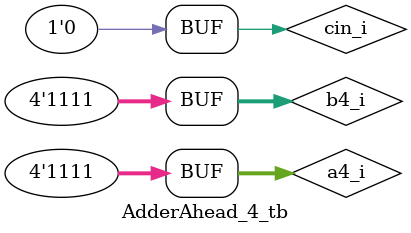
<source format=v>
module AdderAhead_4 (
    input [3:0] a4_i,
    input [3:0] b4_i,
    input cin_i,
    output [3:0] sum_o,
    output cout_o,
    output g4_o,
    output p4_o
);
    wire [3:0] g_w;
    wire [3:0] p_w;
    wire [3:0] cout_w;


    AdderAhead_1 u1 (
        .a_i(a4_i[0]),
        .b_i(b4_i[0]),
        .cin_i(cin_i),
        .sum_o(sum_o[0]),
        .g1_o(g_w[0]),
        .p1_o(p_w[0])
    );
    AdderAhead_1 u2 (
        .a_i(a4_i[1]),
        .b_i(b4_i[1]),
        .cin_i(cout_w[0]),
        .sum_o(sum_o[1]),
        .g1_o(g_w[1]),
        .p1_o(p_w[1])
    );
    AdderAhead_1 u3 (
        .a_i(a4_i[2]),
        .b_i(b4_i[2]),
        .cin_i(cout_w[2]),
        .sum_o(sum_o[2]),
        .g1_o(g_w[2]),
        .p1_o(p_w[2])
    );
    AdderAhead_1 u4 (
        .a_i(a4_i[3]),
        .b_i(b4_i[3]),
        .cin_i(cout_w[3]),
        .sum_o(sum_o[3]),
        .g1_o(g_w[3]),
        .p1_o(p_w[3])
    );
    AdderAheadCarry uut (
        .g1_o(g_w[3:0]),
        .p1_o(p_w[3:0]),
        .cin_i(cin_i),
        .cout_o(cout_w[4:1]),
        .g4_o(g4_o),
        .p4_o(p4_o)
    );
    assign cout_o = cout_w[4];
endmodule


module AdderAhead_4_tb ();
    reg [3:0] a4_i;
    reg [3:0] b4_i;
    reg cin_i;
    wire [3:0] sum_o;
    wire cout_o;
    wire g4_o;
    wire p4_o;

    AdderAhead_4 uut (
        .a_i(a4_i),
        .b_i(b4_i),
        .cin_i(cin_i),
        .sum_o(sum_o),
        .cout_o(cout_o),
        .g4_o(g4_o),
        .p4_o(p4_o)
    );

    initial begin
        #10 begin
            a4_i = 4'b0000;
            b4_i = 4'b0000;
            cin_i = 1'b0;
        end

        #10 begin
            a4_i = 4'b0001;
            b4_i = 4'b0000;
            cin_i = 1'b0;
        end

        #10 begin
            a4_i = 4'b0001;
            b4_i = 4'b0001;
            cin_i = 1'b0;
        end

        #10 begin
            a4_i = 4'b0001;
            b4_i = 4'b0001;
            cin_i = 1'b1;
        end

        #10 begin
            a4_i = 4'b1111;
            b4_i = 4'b1111;
            cin_i = 1'b1;
        end

        #10 begin
            a4_i = 4'b1111;
            b4_i = 4'b1111;
            cin_i = 1'b0;
        end

        #10 begin

        end
    end

    initial begin
        $dumpfile("wave.vcd");
        $dumpvars;
    end
endmodule

</source>
